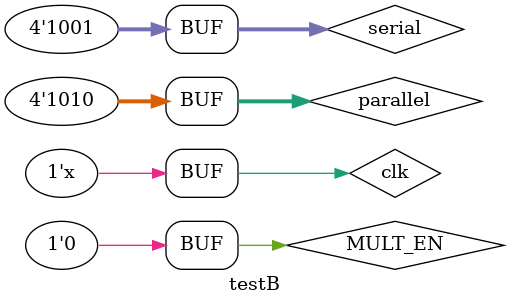
<source format=v>

`timescale 1ns / 1ps
`define  PERIOD 20//ns
/*
thelw na ipologisw to 10x9
*/
module testB;

parameter N = 4;


wire [N-1:0] parallel;
wire [N-1:0] serial;
wire [2*N-1:0] product;

reg clk, MULT_EN;
//assign parallel = 8'b0001_0000;//16
//assign serial = 8'b001_0000;//16

assign parallel = 4'b1010;//10
assign serial = 4'b1001;//9

shift_add_mult shift_add_mult0(clk, parallel, serial, MULT_EN, product );
initial begin
  clk = 1;
  MULT_EN = 0;
  #40 MULT_EN = 1;
  
  #(`PERIOD*N-10) MULT_EN = 0;
end

always
  #(`PERIOD/2) clk = ~clk;



endmodule

</source>
